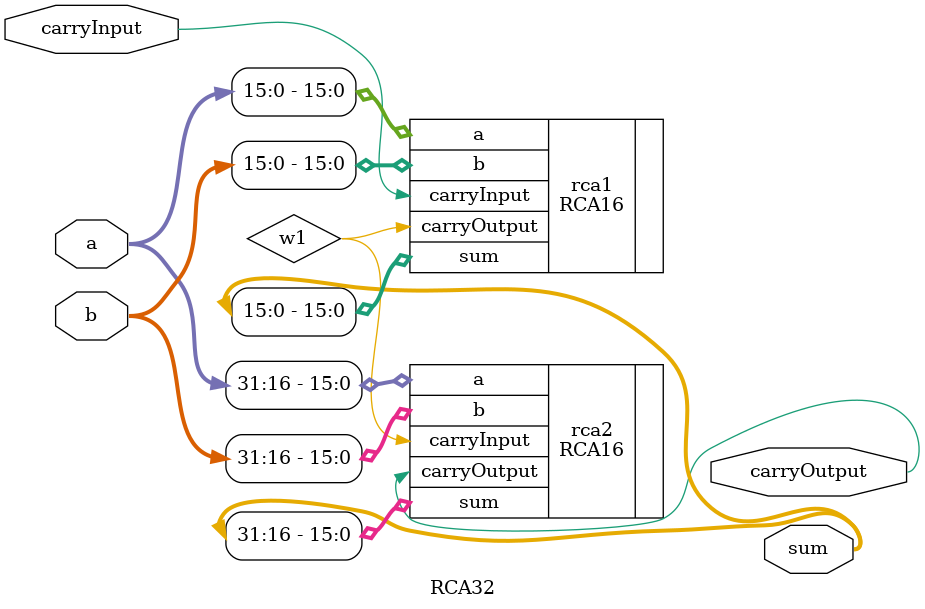
<source format=v>
`timescale 1ns / 1ps

//--------------------------------------------------------------------------------
// Assignment - 3
// Computer Oraganisation and Architecture Lab
// Semester - Autumn 2022-23
// Group No 24
// Yashraj Singh - 20CS10079
// Vikas Vijaykumar Bastewad - 20CS10073
//--------------------------------------------------------------------------------

module RCA32(
    input [31:0] a,
    input [31:0] b,
    input [0:0] carryInput,
    output [31:0] sum,
    output [0:0] carryOutput
    );

	wire [0:0] w1;				//wire of 1 bit length to store intermediate value
	
	// Cascading 2 16-bit Ripple Carry Adders to make a single 32-bit Ripple Carry Adder
	// we store the carry-out of the first 16-bits(leftmost 16 bits) in w and pass it carry-in for the next 16-bits(rightmost 16 bits)
	RCA16 rca1(.a(a[15:0]), .b(b[15:0]), .carryInput(carryInput[0:0]), .sum(sum[15:0]), .carryOutput(w1[0:0]));
	RCA16 rca2(.a(a[31:16]), .b(b[31:16]), .carryInput(w1[0:0]), .sum(sum[31:16]), .carryOutput(carryOutput[0:0]));

endmodule

</source>
